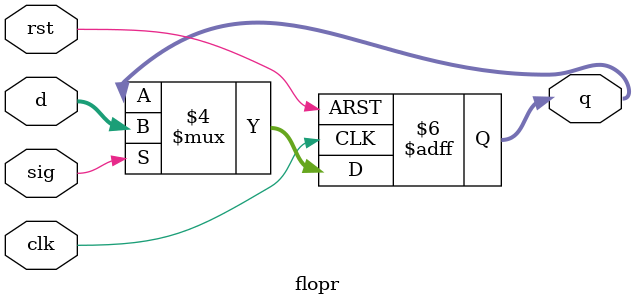
<source format=v>
module flopr(clk, sig, d, q,rst);
    parameter width=32;
    input clk;
    input sig;
    input [width-1:0] d;
    output reg [width-1:0] q;
    input rst;
    initial
    begin
        q <= 0;
    end

    always @(negedge clk or posedge rst)
    begin
        if (rst)
        begin
            q <= 0;
        end
        else if (sig==1)
            q <= d;
    end
endmodule

</source>
